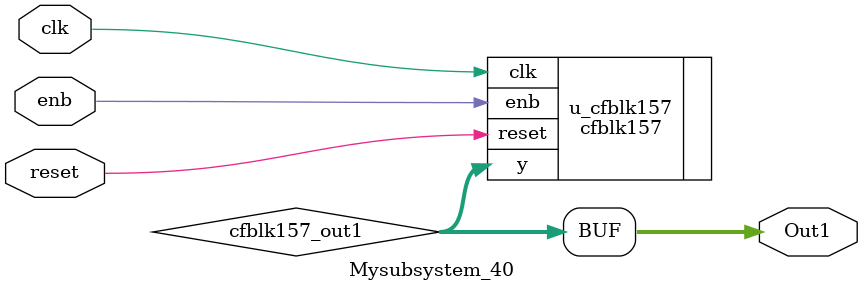
<source format=v>



`timescale 1 ns / 1 ns

module Mysubsystem_40
          (clk,
           reset,
           enb,
           Out1);


  input   clk;
  input   reset;
  input   enb;
  output  [7:0] Out1;  // uint8


  wire [7:0] cfblk157_out1;  // uint8


  cfblk157 u_cfblk157 (.clk(clk),
                       .reset(reset),
                       .enb(enb),
                       .y(cfblk157_out1)  // uint8
                       );

  assign Out1 = cfblk157_out1;

endmodule  // Mysubsystem_40


</source>
